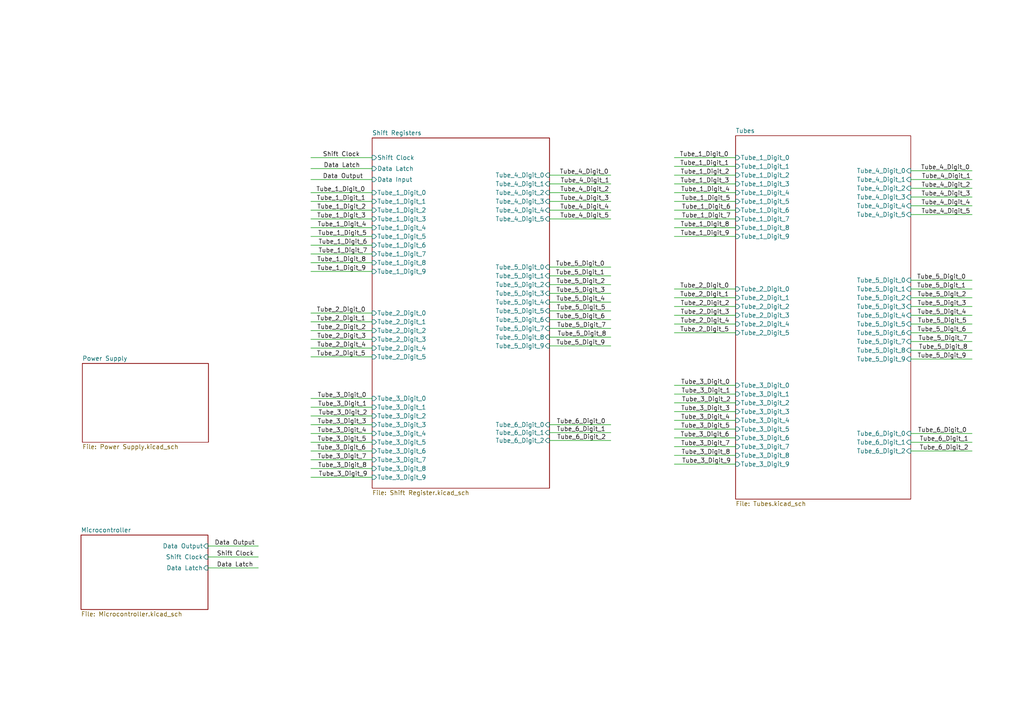
<source format=kicad_sch>
(kicad_sch (version 20211123) (generator eeschema)
  (paper "A4")
  (lib_symbols)
  (wire (pts (xy 90.17 123.19) (xy 107.95 123.19)))
  (wire (pts (xy 159.385 55.88) (xy 177.165 55.88)))
  (wire (pts (xy 264.16 83.82) (xy 281.94 83.82)))
  (wire (pts (xy 159.385 100.33) (xy 177.165 100.33)))
  (wire (pts (xy 195.58 116.84) (xy 213.36 116.84)))
  (wire (pts (xy 90.17 73.66) (xy 107.95 73.66)))
  (wire (pts (xy 90.17 52.07) (xy 107.95 52.07)))
  (wire (pts (xy 159.385 92.71) (xy 177.165 92.71)))
  (wire (pts (xy 159.385 60.96) (xy 177.165 60.96)))
  (wire (pts (xy 90.17 48.895) (xy 107.95 48.895)))
  (wire (pts (xy 195.58 129.54) (xy 213.36 129.54)))
  (wire (pts (xy 159.385 95.25) (xy 177.165 95.25)))
  (wire (pts (xy 159.385 85.09) (xy 177.165 85.09)))
  (wire (pts (xy 90.17 63.5) (xy 107.95 63.5)))
  (wire (pts (xy 90.17 78.74) (xy 107.95 78.74)))
  (wire (pts (xy 264.16 49.53) (xy 281.94 49.53)))
  (wire (pts (xy 159.385 82.55) (xy 177.165 82.55)))
  (wire (pts (xy 159.385 50.8) (xy 177.165 50.8)))
  (wire (pts (xy 159.385 123.19) (xy 177.165 123.19)))
  (wire (pts (xy 264.16 104.14) (xy 281.94 104.14)))
  (wire (pts (xy 195.58 53.34) (xy 213.36 53.34)))
  (wire (pts (xy 90.17 68.58) (xy 107.95 68.58)))
  (wire (pts (xy 90.17 76.2) (xy 107.95 76.2)))
  (wire (pts (xy 159.385 127.762) (xy 177.165 127.762)))
  (wire (pts (xy 195.58 96.52) (xy 213.36 96.52)))
  (wire (pts (xy 90.17 103.505) (xy 107.95 103.505)))
  (wire (pts (xy 195.58 124.46) (xy 213.36 124.46)))
  (wire (pts (xy 90.17 60.96) (xy 107.95 60.96)))
  (wire (pts (xy 159.385 58.42) (xy 177.165 58.42)))
  (wire (pts (xy 264.16 57.15) (xy 281.94 57.15)))
  (wire (pts (xy 195.58 50.8) (xy 213.36 50.8)))
  (wire (pts (xy 90.17 71.12) (xy 107.95 71.12)))
  (wire (pts (xy 264.16 54.61) (xy 281.94 54.61)))
  (wire (pts (xy 60.325 161.544) (xy 74.93 161.544)))
  (wire (pts (xy 264.16 59.69) (xy 281.94 59.69)))
  (wire (pts (xy 60.325 164.719) (xy 74.93 164.719)))
  (wire (pts (xy 90.17 66.04) (xy 107.95 66.04)))
  (wire (pts (xy 195.58 127) (xy 213.36 127)))
  (wire (pts (xy 90.17 135.89) (xy 107.95 135.89)))
  (wire (pts (xy 264.16 101.6) (xy 281.94 101.6)))
  (wire (pts (xy 90.17 98.425) (xy 107.95 98.425)))
  (wire (pts (xy 195.58 48.26) (xy 213.36 48.26)))
  (wire (pts (xy 264.16 86.36) (xy 281.94 86.36)))
  (wire (pts (xy 264.16 130.81) (xy 281.94 130.81)))
  (wire (pts (xy 195.58 55.88) (xy 213.36 55.88)))
  (wire (pts (xy 90.17 133.35) (xy 107.95 133.35)))
  (wire (pts (xy 264.16 81.28) (xy 281.94 81.28)))
  (wire (pts (xy 90.17 120.65) (xy 107.95 120.65)))
  (wire (pts (xy 195.58 88.9) (xy 213.36 88.9)))
  (wire (pts (xy 159.385 63.5) (xy 177.165 63.5)))
  (wire (pts (xy 264.16 128.27) (xy 281.94 128.27)))
  (wire (pts (xy 195.58 86.36) (xy 213.36 86.36)))
  (wire (pts (xy 90.17 95.885) (xy 107.95 95.885)))
  (wire (pts (xy 159.385 53.34) (xy 177.165 53.34)))
  (wire (pts (xy 195.58 58.42) (xy 213.36 58.42)))
  (wire (pts (xy 264.16 99.06) (xy 281.94 99.06)))
  (wire (pts (xy 264.16 125.73) (xy 281.94 125.73)))
  (wire (pts (xy 159.385 77.47) (xy 177.165 77.47)))
  (wire (pts (xy 195.58 91.44) (xy 213.36 91.44)))
  (wire (pts (xy 195.58 121.92) (xy 213.36 121.92)))
  (wire (pts (xy 195.58 45.72) (xy 213.36 45.72)))
  (wire (pts (xy 90.17 58.42) (xy 107.95 58.42)))
  (wire (pts (xy 90.17 130.81) (xy 107.95 130.81)))
  (wire (pts (xy 195.58 119.38) (xy 213.36 119.38)))
  (wire (pts (xy 195.58 111.76) (xy 213.36 111.76)))
  (wire (pts (xy 264.16 96.52) (xy 281.94 96.52)))
  (wire (pts (xy 90.17 93.345) (xy 107.95 93.345)))
  (wire (pts (xy 90.17 55.88) (xy 107.95 55.88)))
  (wire (pts (xy 195.58 60.96) (xy 213.36 60.96)))
  (wire (pts (xy 195.58 132.08) (xy 213.36 132.08)))
  (wire (pts (xy 90.17 118.11) (xy 107.95 118.11)))
  (wire (pts (xy 264.16 91.44) (xy 281.94 91.44)))
  (wire (pts (xy 90.17 45.72) (xy 107.95 45.72)))
  (wire (pts (xy 159.385 125.476) (xy 177.165 125.476)))
  (wire (pts (xy 264.16 88.9) (xy 281.94 88.9)))
  (wire (pts (xy 90.17 115.57) (xy 107.95 115.57)))
  (wire (pts (xy 264.16 93.98) (xy 281.94 93.98)))
  (wire (pts (xy 195.58 83.82) (xy 213.36 83.82)))
  (wire (pts (xy 159.385 97.79) (xy 177.165 97.79)))
  (wire (pts (xy 264.16 62.23) (xy 281.94 62.23)))
  (wire (pts (xy 195.58 93.98) (xy 213.36 93.98)))
  (wire (pts (xy 159.385 90.17) (xy 177.165 90.17)))
  (wire (pts (xy 264.16 52.07) (xy 281.94 52.07)))
  (wire (pts (xy 90.17 128.27) (xy 107.95 128.27)))
  (wire (pts (xy 195.58 63.5) (xy 213.36 63.5)))
  (wire (pts (xy 60.325 158.369) (xy 74.93 158.369)))
  (wire (pts (xy 159.385 80.01) (xy 177.165 80.01)))
  (wire (pts (xy 213.36 134.62) (xy 195.58 134.62)))
  (wire (pts (xy 195.58 66.04) (xy 213.36 66.04)))
  (wire (pts (xy 159.385 87.63) (xy 177.165 87.63)))
  (wire (pts (xy 195.58 68.58) (xy 213.36 68.58)))
  (wire (pts (xy 90.17 100.965) (xy 107.95 100.965)))
  (wire (pts (xy 90.17 125.73) (xy 107.95 125.73)))
  (wire (pts (xy 107.95 138.43) (xy 90.17 138.43)))
  (wire (pts (xy 195.58 114.3) (xy 213.36 114.3)))
  (wire (pts (xy 90.17 90.805) (xy 107.95 90.805)))
  (label "Tube_2_Digit_3" (at 91.948 98.425 0))
  (label "Tube_3_Digit_7" (at 197.485 129.54 0))
  (label "Tube_1_Digit_6" (at 92.329 71.12 0))
  (label "Tube_2_Digit_1" (at 197.231 86.36 0))
  (label "Tube_3_Digit_2" (at 92.329 120.65 0))
  (label "Tube_3_Digit_0" (at 92.075 115.57 0))
  (label "Tube_1_Digit_0" (at 91.694 55.88 0))
  (label "Tube_5_Digit_9" (at 266.065 104.14 0))
  (label "Tube_5_Digit_2" (at 266.065 86.36 0))
  (label "Tube_2_Digit_4" (at 197.358 93.98 0))
  (label "Tube_3_Digit_6" (at 197.358 127 0))
  (label "Tube_5_Digit_3" (at 266.065 88.9 0))
  (label "Tube_3_Digit_9" (at 197.7819 134.62 0))
  (label "Tube_3_Digit_8" (at 92.202 135.89 0))
  (label "Tube_1_Digit_5" (at 92.202 68.58 0))
  (label "Data Output" (at 93.599 52.07 0))
  (label "Data Latch" (at 62.865 164.719 0))
  (label "Tube_2_Digit_1" (at 91.821 93.345 0))
  (label "Tube_5_Digit_4" (at 266.065 91.44 0))
  (label "Tube_5_Digit_7" (at 266.319 99.06 0))
  (label "Tube_4_Digit_2" (at 162.433 55.88 0))
  (label "Tube_5_Digit_8" (at 266.446 101.6 0))
  (label "Tube_5_Digit_1" (at 265.938 83.82 0))
  (label "Data Output" (at 62.23 158.369 0))
  (label "Tube_3_Digit_8" (at 197.612 132.08 0))
  (label "Tube_1_Digit_7" (at 197.739 63.5 0))
  (label "Tube_4_Digit_0" (at 267.081 49.53 0))
  (label "Tube_1_Digit_2" (at 197.358 50.8 0))
  (label "Tube_2_Digit_5" (at 91.821 103.505 0))
  (label "Tube_5_Digit_3" (at 161.29 85.09 0))
  (label "Tube_2_Digit_3" (at 197.358 91.44 0))
  (label "Tube_5_Digit_1" (at 161.163 80.01 0))
  (label "Tube_4_Digit_1" (at 267.335 52.07 0))
  (label "Tube_1_Digit_1" (at 91.821 58.42 0))
  (label "Tube_6_Digit_0" (at 161.417 123.19 0))
  (label "Shift Clock" (at 62.865 161.544 0))
  (label "Tube_1_Digit_8" (at 197.358 66.04 0))
  (label "Tube_1_Digit_5" (at 197.612 58.42 0))
  (label "Tube_6_Digit_2" (at 161.544 127.762 0))
  (label "Tube_5_Digit_0" (at 265.938 81.28 0))
  (label "Tube_1_Digit_9" (at 197.358 68.58 0))
  (label "Tube_5_Digit_5" (at 266.192 93.98 0))
  (label "Tube_1_Digit_8" (at 91.948 76.2 0))
  (label "Tube_3_Digit_5" (at 197.485 124.46 0))
  (label "Tube_3_Digit_2" (at 197.739 116.84 0))
  (label "Tube_5_Digit_4" (at 161.29 87.63 0))
  (label "Tube_3_Digit_1" (at 92.202 118.11 0))
  (label "Tube_4_Digit_1" (at 162.56 53.34 0))
  (label "Tube_1_Digit_4" (at 197.485 55.88 0))
  (label "Tube_5_Digit_0" (at 161.163 77.47 0))
  (label "Tube_4_Digit_2" (at 267.208 54.61 0))
  (label "Tube_1_Digit_1" (at 197.231 48.26 0))
  (label "Tube_4_Digit_3" (at 267.208 57.15 0))
  (label "Tube_1_Digit_4" (at 92.075 66.04 0))
  (label "Tube_1_Digit_3" (at 91.9101 63.5 0))
  (label "Tube_3_Digit_3" (at 92.075 123.19 0))
  (label "Tube_2_Digit_0" (at 197.231 83.82 0))
  (label "Tube_5_Digit_6" (at 161.29 92.71 0))
  (label "Tube_3_Digit_4" (at 92.075 125.73 0))
  (label "Tube_4_Digit_3" (at 162.433 58.42 0))
  (label "Tube_2_Digit_5" (at 197.231 96.52 0))
  (label "Tube_6_Digit_0" (at 266.192 125.73 0))
  (label "Tube_1_Digit_3" (at 197.3201 53.34 0))
  (label "Tube_3_Digit_5" (at 92.075 128.27 0))
  (label "Tube_3_Digit_1" (at 197.612 114.3 0))
  (label "Tube_4_Digit_4" (at 267.208 59.69 0))
  (label "Tube_3_Digit_0" (at 197.485 111.76 0))
  (label "Tube_4_Digit_5" (at 267.208 62.23 0))
  (label "Tube_2_Digit_0" (at 91.821 90.805 0))
  (label "Tube_6_Digit_2" (at 266.7 130.81 0))
  (label "Tube_2_Digit_2" (at 91.948 95.885 0))
  (label "Tube_5_Digit_2" (at 161.29 82.55 0))
  (label "Tube_4_Digit_4" (at 162.433 60.96 0))
  (label "Tube_1_Digit_9" (at 91.948 78.74 0))
  (label "Tube_5_Digit_9" (at 161.29 100.33 0))
  (label "Tube_3_Digit_4" (at 197.485 121.92 0))
  (label "Tube_5_Digit_8" (at 161.671 97.79 0))
  (label "Tube_4_Digit_0" (at 162.306 50.8 0))
  (label "Tube_3_Digit_3" (at 197.485 119.38 0))
  (label "Tube_1_Digit_6" (at 197.739 60.96 0))
  (label "Tube_3_Digit_9" (at 92.3719 138.43 0))
  (label "Tube_5_Digit_6" (at 266.065 96.52 0))
  (label "Tube_4_Digit_5" (at 162.433 63.5 0))
  (label "Tube_2_Digit_4" (at 91.948 100.965 0))
  (label "Shift Clock" (at 93.599 45.72 0))
  (label "Tube_5_Digit_5" (at 161.417 90.17 0))
  (label "Data Latch" (at 93.853 48.895 0))
  (label "Tube_3_Digit_6" (at 91.948 130.81 0))
  (label "Tube_1_Digit_0" (at 197.104 45.72 0))
  (label "Tube_1_Digit_2" (at 91.948 60.96 0))
  (label "Tube_3_Digit_7" (at 92.075 133.35 0))
  (label "Tube_6_Digit_1" (at 161.417 125.476 0))
  (label "Tube_1_Digit_7" (at 92.329 73.66 0))
  (label "Tube_2_Digit_2" (at 197.358 88.9 0))
  (label "Tube_5_Digit_7" (at 161.544 95.25 0))
  (label "Tube_6_Digit_1" (at 266.7 128.27 0))
  (sheet (at 213.36 39.37) (size 50.8 105.41) (stroke (width 0.1524))
    (property "Sheet name" "Tubes" (at 213.36 38.6584 0) (effects (justify left bottom)))
    (property "Sheet file" "Tubes.kicad_sch" (at 213.36 145.3646 0) (effects (justify left top)))
    (pin "Tube_3_Digit_9" input (at 213.36 134.62 180))
    (pin "Tube_3_Digit_8" input (at 213.36 132.08 180))
    (pin "Tube_3_Digit_7" input (at 213.36 129.54 180))
    (pin "Tube_1_Digit_1" input (at 213.36 48.26 180))
    (pin "Tube_1_Digit_0" input (at 213.36 45.72 180))
    (pin "Tube_1_Digit_2" input (at 213.36 50.8 180))
    (pin "Tube_3_Digit_6" input (at 213.36 127 180))
    (pin "Tube_3_Digit_3" input (at 213.36 119.38 180))
    (pin "Tube_3_Digit_4" input (at 213.36 121.92 180))
    (pin "Tube_3_Digit_2" input (at 213.36 116.84 180))
    (pin "Tube_3_Digit_0" input (at 213.36 111.76 180))
    (pin "Tube_3_Digit_5" input (at 213.36 124.46 180))
    (pin "Tube_3_Digit_1" input (at 213.36 114.3 180))
    (pin "Tube_4_Digit_4" input (at 264.16 59.69 0))
    (pin "Tube_4_Digit_5" input (at 264.16 62.23 0))
    (pin "Tube_4_Digit_2" input (at 264.16 54.61 0))
    (pin "Tube_4_Digit_3" input (at 264.16 57.15 0))
    (pin "Tube_4_Digit_0" input (at 264.16 49.53 0))
    (pin "Tube_4_Digit_1" input (at 264.16 52.07 0))
    (pin "Tube_5_Digit_9" input (at 264.16 104.14 0))
    (pin "Tube_5_Digit_7" input (at 264.16 99.06 0))
    (pin "Tube_5_Digit_8" input (at 264.16 101.6 0))
    (pin "Tube_5_Digit_5" input (at 264.16 93.98 0))
    (pin "Tube_5_Digit_6" input (at 264.16 96.52 0))
    (pin "Tube_2_Digit_0" input (at 213.36 83.82 180))
    (pin "Tube_5_Digit_4" input (at 264.16 91.44 0))
    (pin "Tube_5_Digit_3" input (at 264.16 88.9 0))
    (pin "Tube_5_Digit_1" input (at 264.16 83.82 0))
    (pin "Tube_5_Digit_2" input (at 264.16 86.36 0))
    (pin "Tube_5_Digit_0" input (at 264.16 81.28 0))
    (pin "Tube_2_Digit_5" input (at 213.36 96.52 180))
    (pin "Tube_2_Digit_1" input (at 213.36 86.36 180))
    (pin "Tube_2_Digit_4" input (at 213.36 93.98 180))
    (pin "Tube_2_Digit_3" input (at 213.36 91.44 180))
    (pin "Tube_2_Digit_2" input (at 213.36 88.9 180))
    (pin "Tube_1_Digit_5" input (at 213.36 58.42 180))
    (pin "Tube_1_Digit_4" input (at 213.36 55.88 180))
    (pin "Tube_1_Digit_8" input (at 213.36 66.04 180))
    (pin "Tube_1_Digit_7" input (at 213.36 63.5 180))
    (pin "Tube_1_Digit_6" input (at 213.36 60.96 180))
    (pin "Tube_1_Digit_9" input (at 213.36 68.58 180))
    (pin "Tube_1_Digit_3" input (at 213.36 53.34 180))
    (pin "Tube_6_Digit_0" input (at 264.16 125.73 0))
    (pin "Tube_6_Digit_1" input (at 264.16 128.27 0))
    (pin "Tube_6_Digit_2" input (at 264.16 130.81 0))
  )
  (sheet (at 107.95 40.005) (size 51.435 101.6) (stroke (width 0.1524))
    (property "Sheet name" "Shift Registers" (at 107.95 39.2934 0) (effects (justify left bottom)))
    (property "Sheet file" "Shift Register.kicad_sch" (at 107.95 142.1896 0) (effects (justify left top)))
    (pin "Shift Clock" input (at 107.95 45.72 180))
    (pin "Data Latch" input (at 107.95 48.895 180))
    (pin "Data Input" input (at 107.95 52.07 180))
    (pin "Tube_1_Digit_4" input (at 107.95 66.04 180))
    (pin "Tube_1_Digit_5" input (at 107.95 68.58 180))
    (pin "Tube_1_Digit_6" input (at 107.95 71.12 180))
    (pin "Tube_1_Digit_7" input (at 107.95 73.66 180))
    (pin "Tube_1_Digit_1" input (at 107.95 58.42 180))
    (pin "Tube_1_Digit_0" input (at 107.95 55.88 180))
    (pin "Tube_1_Digit_2" input (at 107.95 60.96 180))
    (pin "Tube_1_Digit_3" input (at 107.95 63.5 180))
    (pin "Tube_2_Digit_1" input (at 107.95 93.345 180))
    (pin "Tube_2_Digit_2" input (at 107.95 95.885 180))
    (pin "Tube_2_Digit_0" input (at 107.95 90.805 180))
    (pin "Tube_1_Digit_9" input (at 107.95 78.74 180))
    (pin "Tube_2_Digit_3" input (at 107.95 98.425 180))
    (pin "Tube_2_Digit_4" input (at 107.95 100.965 180))
    (pin "Tube_2_Digit_5" input (at 107.95 103.505 180))
    (pin "Tube_1_Digit_8" input (at 107.95 76.2 180))
    (pin "Tube_5_Digit_2" input (at 159.385 82.55 0))
    (pin "Tube_5_Digit_1" input (at 159.385 80.01 0))
    (pin "Tube_5_Digit_4" input (at 159.385 87.63 0))
    (pin "Tube_5_Digit_0" input (at 159.385 77.47 0))
    (pin "Tube_5_Digit_3" input (at 159.385 85.09 0))
    (pin "Tube_5_Digit_6" input (at 159.385 92.71 0))
    (pin "Tube_5_Digit_5" input (at 159.385 90.17 0))
    (pin "Tube_5_Digit_7" input (at 159.385 95.25 0))
    (pin "Tube_3_Digit_8" input (at 107.95 135.89 180))
    (pin "Tube_3_Digit_9" input (at 107.95 138.43 180))
    (pin "Tube_4_Digit_0" input (at 159.385 50.8 0))
    (pin "Tube_4_Digit_2" input (at 159.385 55.88 0))
    (pin "Tube_4_Digit_1" input (at 159.385 53.34 0))
    (pin "Tube_4_Digit_4" input (at 159.385 60.96 0))
    (pin "Tube_4_Digit_5" input (at 159.385 63.5 0))
    (pin "Tube_4_Digit_3" input (at 159.385 58.42 0))
    (pin "Tube_6_Digit_1" input (at 159.385 125.476 0))
    (pin "Tube_6_Digit_0" input (at 159.385 123.19 0))
    (pin "Tube_5_Digit_8" input (at 159.385 97.79 0))
    (pin "Tube_5_Digit_9" input (at 159.385 100.33 0))
    (pin "Tube_6_Digit_2" input (at 159.385 127.762 0))
    (pin "Tube_3_Digit_6" input (at 107.95 130.81 180))
    (pin "Tube_3_Digit_3" input (at 107.95 123.19 180))
    (pin "Tube_3_Digit_4" input (at 107.95 125.73 180))
    (pin "Tube_3_Digit_5" input (at 107.95 128.27 180))
    (pin "Tube_3_Digit_1" input (at 107.95 118.11 180))
    (pin "Tube_3_Digit_0" input (at 107.95 115.57 180))
    (pin "Tube_3_Digit_7" input (at 107.95 133.35 180))
    (pin "Tube_3_Digit_2" input (at 107.95 120.65 180))
  )
  (sheet (at 23.876 105.41) (size 36.576 22.86) (stroke (width 0.1524))
    (property "Sheet name" "Power Supply" (at 23.876 104.6984 0) (effects (justify left bottom)))
    (property "Sheet file" "Power Supply.kicad_sch" (at 23.876 128.8546 0) (effects (justify left top)))
  )
  (sheet (at 23.495 155.194) (size 36.83 21.59) (stroke (width 0.1524))
    (property "Sheet name" "Microcontroller" (at 23.495 154.4824 0) (effects (justify left bottom)))
    (property "Sheet file" "Microcontroller.kicad_sch" (at 23.495 177.3686 0) (effects (justify left top)))
    (pin "Data Output" input (at 60.325 158.369 0))
    (pin "Shift Clock" input (at 60.325 161.544 0))
    (pin "Data Latch" input (at 60.325 164.719 0))
  )
)
</source>
